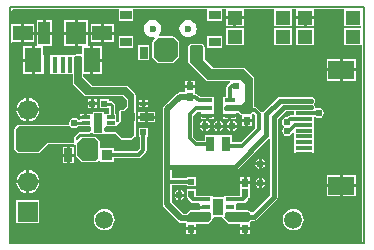
<source format=gtl>
G04*
G04 #@! TF.GenerationSoftware,Altium Limited,Altium Designer,20.0.1 (14)*
G04*
G04 Layer_Physical_Order=1*
G04 Layer_Color=255*
%FSLAX24Y24*%
%MOIN*%
G70*
G01*
G75*
%ADD15C,0.0060*%
%ADD16R,0.0500X0.0472*%
%ADD17R,0.0866X0.0630*%
%ADD18R,0.0551X0.0118*%
%ADD19R,0.0244X0.0256*%
%ADD20R,0.0197X0.0187*%
%ADD21R,0.0315X0.0118*%
%ADD22R,0.0335X0.0571*%
%ADD23R,0.0252X0.0500*%
%ADD24R,0.0335X0.0138*%
%ADD25R,0.0187X0.0197*%
%ADD26R,0.0394X0.0315*%
%ADD27R,0.0276X0.0394*%
%ADD28R,0.0650X0.0512*%
%ADD29R,0.0394X0.0748*%
%ADD30R,0.0709X0.0748*%
%ADD31R,0.0561X0.0827*%
%ADD32R,0.0177X0.0543*%
%ADD33R,0.0201X0.0126*%
%ADD34R,0.0453X0.0256*%
%ADD35R,0.0374X0.0374*%
%ADD36R,0.0256X0.0453*%
%ADD37R,0.0276X0.0118*%
%ADD38R,0.0256X0.0650*%
%ADD66C,0.0200*%
%ADD67C,0.0150*%
%ADD68C,0.0120*%
%ADD69C,0.0100*%
%ADD70C,0.0236*%
%ADD71R,0.0669X0.0669*%
%ADD72C,0.0669*%
%ADD73C,0.0240*%
%ADD74C,0.0591*%
G36*
X11147Y7229D02*
X11691D01*
X11709Y7200D01*
X11691Y7171D01*
X11147D01*
Y6599D01*
X11747Y6599D01*
X11750Y6550D01*
Y50D01*
X50D01*
Y6647D01*
X57Y6694D01*
X100Y6694D01*
X382D01*
Y7000D01*
Y7306D01*
X57Y7306D01*
X50Y7353D01*
Y7750D01*
X100Y7800D01*
X3627D01*
Y7395D01*
X4120D01*
Y7800D01*
X6580D01*
Y7395D01*
X7073D01*
Y7800D01*
X7203D01*
Y7565D01*
X7503D01*
X7803D01*
Y7800D01*
X8797D01*
Y7229D01*
X9397D01*
Y7800D01*
X9553D01*
Y7565D01*
X9853D01*
X10153D01*
Y7800D01*
X11147D01*
Y7229D01*
D02*
G37*
%LPC*%
G36*
X10153Y7465D02*
X9903D01*
Y7229D01*
X10153D01*
Y7465D01*
D02*
G37*
G36*
X9803D02*
X9553D01*
Y7229D01*
X9803D01*
Y7465D01*
D02*
G37*
G36*
X7803D02*
X7553D01*
Y7229D01*
X7803D01*
Y7465D01*
D02*
G37*
G36*
X7453D02*
X7203D01*
Y7229D01*
X7453D01*
Y7465D01*
D02*
G37*
G36*
X3464Y7306D02*
X3139D01*
Y7050D01*
X3464D01*
Y7306D01*
D02*
G37*
G36*
X481D02*
Y7050D01*
X806D01*
Y7306D01*
X481D01*
D02*
G37*
G36*
X2617Y7424D02*
X2263D01*
Y7050D01*
X2617D01*
Y7424D01*
D02*
G37*
G36*
X1397D02*
X1200D01*
Y7050D01*
X1397D01*
Y7424D01*
D02*
G37*
G36*
X1100D02*
X903D01*
Y7050D01*
X1100D01*
Y7424D01*
D02*
G37*
G36*
X2163D02*
X1809D01*
Y7050D01*
X2163D01*
Y7424D01*
D02*
G37*
G36*
X3039Y7306D02*
X2714D01*
Y7050D01*
X3039D01*
Y7306D01*
D02*
G37*
G36*
X5941Y7439D02*
X5866Y7429D01*
X5796Y7400D01*
X5736Y7354D01*
X5691Y7294D01*
X5662Y7225D01*
X5652Y7150D01*
X5662Y7075D01*
X5691Y7006D01*
X5736Y6946D01*
X5796Y6900D01*
X5866Y6871D01*
X5941Y6861D01*
X6015Y6871D01*
X6085Y6900D01*
X6145Y6946D01*
X6191Y7006D01*
X6219Y7075D01*
X6229Y7150D01*
X6219Y7225D01*
X6191Y7294D01*
X6145Y7354D01*
X6085Y7400D01*
X6015Y7429D01*
X5941Y7439D01*
D02*
G37*
G36*
X3464Y6950D02*
X3139D01*
Y6694D01*
X3464D01*
Y6950D01*
D02*
G37*
G36*
X3039D02*
X2714D01*
Y6694D01*
X3039D01*
Y6950D01*
D02*
G37*
G36*
X806D02*
X481D01*
Y6694D01*
X806D01*
Y6950D01*
D02*
G37*
G36*
X6400Y6654D02*
X6400Y6654D01*
X6037D01*
X6033Y6653D01*
X6029Y6654D01*
X6015Y6645D01*
X5999Y6638D01*
X5997Y6634D01*
X5994Y6632D01*
X5957Y6582D01*
X5952Y6566D01*
X5946Y6550D01*
Y6050D01*
X5962Y6012D01*
X5962Y6012D01*
X6562Y5412D01*
X6600Y5396D01*
X6600Y5396D01*
X7333D01*
X7345Y5346D01*
X7321Y5329D01*
X7321Y5329D01*
X7245Y5253D01*
X7220Y5217D01*
X7212Y5174D01*
X7212Y5174D01*
Y4875D01*
X7107D01*
Y4637D01*
X7107Y4637D01*
X7107Y4619D01*
X7104Y4570D01*
X7096Y4550D01*
X7096Y4550D01*
Y4450D01*
X7096Y4450D01*
X7104Y4430D01*
X7107Y4381D01*
Y4363D01*
X7107Y4363D01*
Y4350D01*
Y4294D01*
X7541D01*
Y4346D01*
X7628D01*
X7712Y4262D01*
X7728Y4255D01*
Y4127D01*
X7900D01*
X8072D01*
Y4296D01*
X8088Y4311D01*
X8130D01*
X8188Y4254D01*
Y3846D01*
X7704Y3362D01*
X7390D01*
Y3600D01*
X6510D01*
Y3412D01*
X6246D01*
X6112Y3546D01*
Y4254D01*
X6246Y4388D01*
X6319D01*
X6359Y4363D01*
Y4350D01*
X6359D01*
Y4294D01*
X6793D01*
Y4350D01*
X6793D01*
Y4363D01*
X6793Y4413D01*
Y4587D01*
X6793Y4619D01*
X6793Y4669D01*
Y4875D01*
X6359D01*
X6359Y4875D01*
Y4875D01*
X6359Y4875D01*
X6316Y4893D01*
X6258Y4950D01*
X6222Y4974D01*
X6179Y4983D01*
X6172Y5032D01*
Y5173D01*
X6000D01*
X5828D01*
Y5030D01*
X5667D01*
X5609Y5018D01*
X5559Y4985D01*
X5142Y4568D01*
X5109Y4518D01*
X5097Y4460D01*
Y2550D01*
Y2050D01*
Y1300D01*
X5109Y1241D01*
X5142Y1192D01*
X5614Y720D01*
X5664Y687D01*
X5722Y675D01*
X5878D01*
Y527D01*
X6050D01*
X6222D01*
Y646D01*
X6600D01*
X6638Y662D01*
X6638Y662D01*
X6738Y762D01*
X6754Y800D01*
X6762Y828D01*
X6792Y865D01*
X7050D01*
X7096Y850D01*
X7112Y812D01*
X7262Y662D01*
X7300Y646D01*
X7300Y646D01*
X7678D01*
Y527D01*
X7850D01*
X8022D01*
Y696D01*
X8038Y712D01*
X8054Y749D01*
X8126D01*
X8175Y758D01*
X8216Y786D01*
X8890Y1460D01*
X8918Y1501D01*
X8927Y1550D01*
Y4147D01*
X9192Y4412D01*
X9481D01*
Y4257D01*
X9355D01*
X9355Y4257D01*
X9312Y4249D01*
X9275Y4225D01*
X9275Y4225D01*
X9259Y4208D01*
X9247Y4210D01*
X9180Y4197D01*
X9124Y4160D01*
X9086Y4103D01*
X9073Y4037D01*
X9086Y3971D01*
X9123Y3916D01*
X9130Y3903D01*
Y3860D01*
X9129Y3860D01*
X9092Y3803D01*
X9078Y3737D01*
X9092Y3671D01*
X9129Y3614D01*
X9185Y3577D01*
X9252Y3564D01*
X9318Y3577D01*
X9374Y3614D01*
X9412Y3671D01*
X9413Y3677D01*
X9431Y3688D01*
X9481Y3659D01*
Y3249D01*
Y3014D01*
X9807D01*
X10132D01*
Y3052D01*
Y3446D01*
Y3839D01*
Y4189D01*
X10140Y4195D01*
X10182Y4211D01*
X10226Y4182D01*
X10292Y4169D01*
X10358Y4182D01*
X10415Y4220D01*
X10452Y4276D01*
X10465Y4342D01*
X10452Y4408D01*
X10415Y4465D01*
X10358Y4502D01*
X10292Y4515D01*
X10226Y4502D01*
X10220Y4499D01*
X10175Y4529D01*
X10177Y4539D01*
X10168Y4588D01*
X10152Y4611D01*
X10144Y4644D01*
X10152Y4678D01*
X10168Y4701D01*
X10177Y4750D01*
X10168Y4799D01*
X10140Y4840D01*
X10099Y4868D01*
X10050Y4877D01*
X9000D01*
X8951Y4868D01*
X8910Y4840D01*
X8460Y4390D01*
X8446Y4369D01*
X8389Y4366D01*
X8388Y4366D01*
X8379Y4379D01*
X8379Y4379D01*
X8256Y4503D01*
X8220Y4527D01*
X8177Y4535D01*
X8154Y4576D01*
Y5500D01*
X8138Y5538D01*
X8138Y5538D01*
X7838Y5838D01*
X7800Y5854D01*
X7800Y5854D01*
X6772Y5854D01*
X6504Y6122D01*
Y6550D01*
X6504Y6550D01*
X6488Y6588D01*
X6488Y6588D01*
X6438Y6638D01*
Y6638D01*
X6400Y6654D01*
D02*
G37*
G36*
X10153Y7171D02*
X9553D01*
Y6599D01*
X10153D01*
Y7171D01*
D02*
G37*
G36*
X9397D02*
X8797D01*
Y6599D01*
X9397D01*
Y7171D01*
D02*
G37*
G36*
X7803D02*
X7203D01*
Y6599D01*
X7803D01*
Y7171D01*
D02*
G37*
G36*
X2163Y6950D02*
X1809D01*
Y6576D01*
X2163D01*
Y6950D01*
D02*
G37*
G36*
X7073Y6905D02*
X6580D01*
Y6490D01*
X7073D01*
Y6905D01*
D02*
G37*
G36*
X4120D02*
X3627D01*
Y6490D01*
X4120D01*
Y6905D01*
D02*
G37*
G36*
X2617Y6950D02*
X2263D01*
Y6576D01*
X2366D01*
X2409Y6558D01*
X2409Y6526D01*
Y6333D01*
X2359Y6300D01*
X2350Y6304D01*
X2350Y6304D01*
X2200D01*
X2200Y6304D01*
X2162Y6288D01*
X2148Y6275D01*
X1298D01*
Y5953D01*
Y5631D01*
X2096D01*
Y5350D01*
X2112Y5312D01*
X2112Y5312D01*
X2512Y4912D01*
X2550Y4896D01*
X2550Y4896D01*
X3778D01*
X3896Y4778D01*
Y4572D01*
X3778Y4454D01*
X3700D01*
X3662Y4438D01*
X3646Y4400D01*
Y4072D01*
X3597Y4024D01*
X3551Y4043D01*
Y4306D01*
X3502D01*
Y4591D01*
X3494Y4630D01*
X3472Y4664D01*
X3414Y4722D01*
X3380Y4744D01*
X3341Y4752D01*
X3295D01*
Y4798D01*
X3008D01*
Y4502D01*
X3295D01*
X3298Y4453D01*
Y4306D01*
X3176D01*
Y4306D01*
X3128Y4312D01*
Y4375D01*
X2772D01*
Y4312D01*
X2724Y4306D01*
X2722Y4306D01*
X2587D01*
Y4197D01*
X2537D01*
Y4147D01*
X2349D01*
Y4102D01*
X2286D01*
X2273Y4123D01*
X2216Y4160D01*
X2150Y4173D01*
X2084Y4160D01*
X2027Y4123D01*
X1990Y4066D01*
X1977Y4000D01*
X1980Y3983D01*
X1948Y3944D01*
X290D01*
X252Y3928D01*
X252Y3928D01*
X162Y3838D01*
X146Y3800D01*
X146Y3800D01*
Y3150D01*
X162Y3112D01*
X162Y3112D01*
X262Y3012D01*
X300Y2996D01*
X300Y2996D01*
X950D01*
X988Y3012D01*
X1272Y3296D01*
X1772D01*
Y3289D01*
X2128D01*
X2128Y3289D01*
Y3289D01*
X2174Y3278D01*
X2196Y3261D01*
Y2950D01*
X2196Y2950D01*
X2212Y2912D01*
X2212Y2912D01*
X2412Y2712D01*
X2450Y2696D01*
X2450Y2696D01*
X2850D01*
X2888Y2712D01*
X2888Y2712D01*
X2890Y2713D01*
X2892D01*
Y2715D01*
X2958Y2782D01*
X3008Y2761D01*
Y2713D01*
X3482D01*
Y2838D01*
X4300D01*
X4300Y2838D01*
X4343Y2846D01*
X4379Y2871D01*
X4531Y3022D01*
X4555Y3059D01*
X4564Y3102D01*
X4564Y3102D01*
Y3552D01*
X4595D01*
Y3848D01*
X4308D01*
Y3552D01*
X4340D01*
Y3148D01*
X4254Y3062D01*
X3482D01*
Y3187D01*
X3008Y3187D01*
X3004Y3235D01*
Y3400D01*
X2988Y3438D01*
X2988Y3438D01*
X2888Y3538D01*
X2850Y3554D01*
X2850Y3554D01*
X2400D01*
X2400Y3554D01*
X2362Y3538D01*
X2254Y3431D01*
X2204Y3451D01*
Y3528D01*
X2322Y3646D01*
X2650D01*
X2650Y3646D01*
X2688Y3662D01*
X2688Y3662D01*
X2721Y3694D01*
X2724Y3694D01*
X2735Y3693D01*
X2772Y3675D01*
Y3625D01*
X3128D01*
Y3630D01*
X3178Y3655D01*
X3200Y3646D01*
X3200Y3646D01*
X3528D01*
X3712Y3462D01*
X3750Y3446D01*
X3750Y3446D01*
X4050D01*
X4088Y3462D01*
X4088Y3462D01*
X4178Y3552D01*
X4192D01*
Y3570D01*
X4204Y3600D01*
X4204Y3600D01*
Y4022D01*
X4211D01*
Y4378D01*
X4204D01*
Y4950D01*
X4188Y4988D01*
X4188Y4988D01*
X3938Y5238D01*
X3900Y5254D01*
X3900Y5254D01*
X2772D01*
X2454Y5572D01*
Y5631D01*
X2689D01*
Y6094D01*
Y6558D01*
X2660D01*
X2617Y6576D01*
X2617Y6608D01*
Y6950D01*
D02*
G37*
G36*
X3070Y6558D02*
X2789D01*
Y6144D01*
X3070D01*
Y6558D01*
D02*
G37*
G36*
X731D02*
X451D01*
Y6144D01*
X731D01*
Y6558D01*
D02*
G37*
G36*
X4652Y6590D02*
X4276D01*
Y6096D01*
X4652D01*
Y6590D01*
D02*
G37*
G36*
X4759Y7439D02*
X4685Y7429D01*
X4615Y7400D01*
X4555Y7354D01*
X4509Y7294D01*
X4481Y7225D01*
X4471Y7150D01*
X4481Y7075D01*
X4509Y7006D01*
X4555Y6946D01*
X4615Y6900D01*
X4685Y6871D01*
X4759Y6861D01*
X4822Y6870D01*
X4845Y6837D01*
X4848Y6825D01*
X4762Y6738D01*
X4746Y6700D01*
X4746Y6700D01*
Y6200D01*
X4746Y6200D01*
X4762Y6162D01*
X4912Y6012D01*
Y6012D01*
X4950Y5996D01*
X4950Y5996D01*
X5000Y5996D01*
X5200Y5996D01*
X5400D01*
X5400Y5996D01*
X5438Y6012D01*
X5438Y6012D01*
X5638Y6212D01*
X5654Y6250D01*
X5654Y6250D01*
Y6700D01*
X5654Y6700D01*
X5638Y6738D01*
X5488Y6888D01*
X5450Y6904D01*
X5450Y6904D01*
X4991D01*
X4978Y6924D01*
X4970Y6954D01*
X5009Y7006D01*
X5038Y7075D01*
X5048Y7150D01*
X5038Y7225D01*
X5009Y7294D01*
X4964Y7354D01*
X4904Y7400D01*
X4834Y7429D01*
X4759Y7439D01*
D02*
G37*
G36*
X11530Y6144D02*
X11097D01*
Y5829D01*
X11530D01*
Y6144D01*
D02*
G37*
G36*
X10997D02*
X10564D01*
Y5829D01*
X10997D01*
Y6144D01*
D02*
G37*
G36*
X3070Y6044D02*
X2789D01*
Y5631D01*
X3070D01*
Y6044D01*
D02*
G37*
G36*
X1397Y6950D02*
X1150D01*
X903D01*
Y6608D01*
X903Y6576D01*
X861Y6558D01*
X831D01*
Y6094D01*
Y5631D01*
X1112D01*
Y5631D01*
X1198D01*
Y5953D01*
Y6275D01*
X1112D01*
X1112Y6558D01*
X1154Y6576D01*
X1397D01*
Y6950D01*
D02*
G37*
G36*
X731Y6044D02*
X451D01*
Y5631D01*
X731D01*
Y6044D01*
D02*
G37*
G36*
X11530Y5729D02*
X11097D01*
Y5414D01*
X11530D01*
Y5729D01*
D02*
G37*
G36*
X10997D02*
X10564D01*
Y5414D01*
X10997D01*
Y5729D01*
D02*
G37*
G36*
X6172Y5401D02*
X6050D01*
Y5273D01*
X6172D01*
Y5401D01*
D02*
G37*
G36*
X5950D02*
X5828D01*
Y5273D01*
X5950D01*
Y5401D01*
D02*
G37*
G36*
X2892Y4798D02*
X2798D01*
Y4700D01*
X2892D01*
Y4798D01*
D02*
G37*
G36*
X4597Y4763D02*
X4497D01*
Y4700D01*
X4597D01*
Y4763D01*
D02*
G37*
G36*
X4397D02*
X4296D01*
Y4700D01*
X4397D01*
Y4763D01*
D02*
G37*
G36*
X2698Y4798D02*
X2605D01*
Y4700D01*
X2698D01*
Y4798D01*
D02*
G37*
G36*
X4597Y4600D02*
X4497D01*
Y4537D01*
X4597D01*
Y4600D01*
D02*
G37*
G36*
X4397D02*
X4296D01*
Y4537D01*
X4397D01*
Y4600D01*
D02*
G37*
G36*
X2892D02*
X2798D01*
Y4502D01*
X2892D01*
Y4600D01*
D02*
G37*
G36*
X2698D02*
X2605D01*
Y4502D01*
X2698D01*
Y4600D01*
D02*
G37*
G36*
X650Y4831D02*
Y4500D01*
X981D01*
X975Y4550D01*
X936Y4644D01*
X874Y4724D01*
X794Y4786D01*
X700Y4825D01*
X650Y4831D01*
D02*
G37*
G36*
X550D02*
X500Y4825D01*
X406Y4786D01*
X326Y4724D01*
X264Y4644D01*
X225Y4550D01*
X219Y4500D01*
X550D01*
Y4831D01*
D02*
G37*
G36*
X4841Y4378D02*
X4615D01*
Y4250D01*
X4841D01*
Y4378D01*
D02*
G37*
G36*
X4515D02*
X4289D01*
Y4250D01*
X4515D01*
Y4378D01*
D02*
G37*
G36*
X2487Y4306D02*
X2349D01*
Y4247D01*
X2487D01*
Y4306D01*
D02*
G37*
G36*
X7541Y4194D02*
X7374D01*
Y4125D01*
X7541D01*
Y4194D01*
D02*
G37*
G36*
X7274D02*
X7107D01*
Y4125D01*
X7274D01*
Y4194D01*
D02*
G37*
G36*
X6793D02*
X6626D01*
Y4125D01*
X6793D01*
Y4194D01*
D02*
G37*
G36*
X6526D02*
X6359D01*
Y4125D01*
X6526D01*
Y4194D01*
D02*
G37*
G36*
X981Y4400D02*
X650D01*
Y4069D01*
X700Y4075D01*
X794Y4114D01*
X874Y4176D01*
X936Y4256D01*
X975Y4350D01*
X981Y4400D01*
D02*
G37*
G36*
X550D02*
X219D01*
X225Y4350D01*
X264Y4256D01*
X326Y4176D01*
X406Y4114D01*
X500Y4075D01*
X550Y4069D01*
Y4400D01*
D02*
G37*
G36*
X4841Y4150D02*
X4615D01*
Y4022D01*
X4841D01*
Y4150D01*
D02*
G37*
G36*
X4515D02*
X4289D01*
Y4022D01*
X4515D01*
Y4150D01*
D02*
G37*
G36*
X7450Y4063D02*
Y3950D01*
X7563D01*
X7560Y3966D01*
X7523Y4023D01*
X7466Y4060D01*
X7450Y4063D01*
D02*
G37*
G36*
X7350D02*
X7334Y4060D01*
X7277Y4023D01*
X7240Y3966D01*
X7237Y3950D01*
X7350D01*
Y4063D01*
D02*
G37*
G36*
X7000D02*
Y3950D01*
X7113D01*
X7110Y3966D01*
X7073Y4023D01*
X7016Y4060D01*
X7000Y4063D01*
D02*
G37*
G36*
X6900D02*
X6884Y4060D01*
X6827Y4023D01*
X6790Y3966D01*
X6787Y3950D01*
X6900D01*
Y4063D01*
D02*
G37*
G36*
X6550D02*
Y3950D01*
X6663D01*
X6660Y3966D01*
X6623Y4023D01*
X6566Y4060D01*
X6550Y4063D01*
D02*
G37*
G36*
X6450D02*
X6434Y4060D01*
X6377Y4023D01*
X6340Y3966D01*
X6337Y3950D01*
X6450D01*
Y4063D01*
D02*
G37*
G36*
X8072Y4027D02*
X7950D01*
Y3899D01*
X8072D01*
Y4027D01*
D02*
G37*
G36*
X7850D02*
X7728D01*
Y3899D01*
X7850D01*
Y4027D01*
D02*
G37*
G36*
X7563Y3850D02*
X7450D01*
Y3737D01*
X7466Y3740D01*
X7523Y3777D01*
X7560Y3834D01*
X7563Y3850D01*
D02*
G37*
G36*
X7350D02*
X7237D01*
X7240Y3834D01*
X7277Y3777D01*
X7334Y3740D01*
X7350Y3737D01*
Y3850D01*
D02*
G37*
G36*
X7113D02*
X7000D01*
Y3737D01*
X7016Y3740D01*
X7073Y3777D01*
X7110Y3834D01*
X7113Y3850D01*
D02*
G37*
G36*
X6900D02*
X6787D01*
X6790Y3834D01*
X6827Y3777D01*
X6884Y3740D01*
X6900Y3737D01*
Y3850D01*
D02*
G37*
G36*
X6663D02*
X6550D01*
Y3737D01*
X6566Y3740D01*
X6623Y3777D01*
X6660Y3834D01*
X6663Y3850D01*
D02*
G37*
G36*
X6450D02*
X6337D01*
X6340Y3834D01*
X6377Y3777D01*
X6434Y3740D01*
X6450Y3737D01*
Y3850D01*
D02*
G37*
G36*
X2128Y3211D02*
X2000D01*
Y2985D01*
X2128D01*
Y3211D01*
D02*
G37*
G36*
X1900D02*
X1772D01*
Y2985D01*
X1900D01*
Y3211D01*
D02*
G37*
G36*
X10132Y2914D02*
X9857D01*
Y2855D01*
X10132D01*
Y2914D01*
D02*
G37*
G36*
X9757D02*
X9481D01*
Y2855D01*
X9757D01*
Y2914D01*
D02*
G37*
G36*
X2128Y2885D02*
X2000D01*
Y2659D01*
X2128D01*
Y2885D01*
D02*
G37*
G36*
X1900D02*
X1772D01*
Y2659D01*
X1900D01*
Y2885D01*
D02*
G37*
G36*
X650Y2431D02*
Y2100D01*
X981D01*
X975Y2150D01*
X936Y2244D01*
X874Y2324D01*
X794Y2386D01*
X700Y2425D01*
X650Y2431D01*
D02*
G37*
G36*
X550D02*
X500Y2425D01*
X406Y2386D01*
X326Y2324D01*
X264Y2244D01*
X225Y2150D01*
X219Y2100D01*
X550D01*
Y2431D01*
D02*
G37*
G36*
X11530Y2286D02*
X11097D01*
Y1971D01*
X11530D01*
Y2286D01*
D02*
G37*
G36*
X10997D02*
X10564D01*
Y1971D01*
X10997D01*
Y2286D01*
D02*
G37*
G36*
X981Y2000D02*
X650D01*
Y1669D01*
X700Y1675D01*
X794Y1714D01*
X874Y1776D01*
X936Y1856D01*
X975Y1950D01*
X981Y2000D01*
D02*
G37*
G36*
X550D02*
X219D01*
X225Y1950D01*
X264Y1856D01*
X326Y1776D01*
X406Y1714D01*
X500Y1675D01*
X550Y1669D01*
Y2000D01*
D02*
G37*
G36*
X11530Y1871D02*
X11097D01*
Y1556D01*
X11530D01*
Y1871D01*
D02*
G37*
G36*
X10997D02*
X10564D01*
Y1556D01*
X10997D01*
Y1871D01*
D02*
G37*
G36*
X985Y1435D02*
X215D01*
Y665D01*
X985D01*
Y1435D01*
D02*
G37*
G36*
X9449Y1136D02*
X9359Y1124D01*
X9275Y1089D01*
X9203Y1034D01*
X9147Y962D01*
X9112Y878D01*
X9101Y787D01*
X9112Y697D01*
X9147Y613D01*
X9203Y541D01*
X9275Y486D01*
X9359Y451D01*
X9449Y439D01*
X9539Y451D01*
X9623Y486D01*
X9695Y541D01*
X9750Y613D01*
X9785Y697D01*
X9797Y787D01*
X9785Y878D01*
X9750Y962D01*
X9695Y1034D01*
X9623Y1089D01*
X9539Y1124D01*
X9449Y1136D01*
D02*
G37*
G36*
X3150D02*
X3059Y1124D01*
X2975Y1089D01*
X2903Y1034D01*
X2848Y962D01*
X2813Y878D01*
X2801Y787D01*
X2813Y697D01*
X2848Y613D01*
X2903Y541D01*
X2975Y486D01*
X3059Y451D01*
X3150Y439D01*
X3240Y451D01*
X3324Y486D01*
X3396Y541D01*
X3451Y613D01*
X3486Y697D01*
X3498Y787D01*
X3486Y878D01*
X3451Y962D01*
X3396Y1034D01*
X3324Y1089D01*
X3240Y1124D01*
X3150Y1136D01*
D02*
G37*
G36*
X8022Y427D02*
X7900D01*
Y299D01*
X8022D01*
Y427D01*
D02*
G37*
G36*
X7800D02*
X7678D01*
Y299D01*
X7800D01*
Y427D01*
D02*
G37*
G36*
X6222D02*
X6100D01*
Y299D01*
X6222D01*
Y427D01*
D02*
G37*
G36*
X6000D02*
X5878D01*
Y299D01*
X6000D01*
Y427D01*
D02*
G37*
%LPD*%
G36*
X6450Y6550D02*
Y6100D01*
X6750Y5800D01*
X7800Y5800D01*
X8100Y5500D01*
Y4400D01*
X8000Y4300D01*
X7750D01*
X7650Y4400D01*
X7200D01*
X7150Y4450D01*
Y4550D01*
X7200Y4600D01*
X7700D01*
X7850Y4750D01*
Y5300D01*
X7700Y5450D01*
X6600D01*
X6000Y6050D01*
Y6550D01*
X6037Y6600D01*
X6400D01*
X6450Y6550D01*
D02*
G37*
G36*
X8673Y3472D02*
Y1603D01*
X8097Y1027D01*
X8068Y1027D01*
X8038Y1038D01*
X8038Y1039D01*
X7988Y1088D01*
X7950Y1104D01*
X7950Y1104D01*
X7551D01*
Y1309D01*
X7587Y1344D01*
X7780D01*
X7780Y1344D01*
X7823Y1352D01*
X7859Y1377D01*
X7929Y1447D01*
X7929Y1447D01*
X7954Y1483D01*
X7956Y1493D01*
X8022D01*
Y1839D01*
Y1967D01*
X7850D01*
X7678D01*
Y1839D01*
Y1568D01*
X7344D01*
X7328Y1565D01*
X7136D01*
Y1535D01*
X6764D01*
Y1565D01*
X6572D01*
X6556Y1568D01*
X6198D01*
Y1792D01*
X5902D01*
Y1505D01*
X5942D01*
X5946Y1483D01*
X5971Y1447D01*
X6041Y1377D01*
X6041Y1377D01*
X6077Y1352D01*
X6120Y1344D01*
X6120Y1344D01*
X6313D01*
X6349Y1309D01*
Y1250D01*
X6556D01*
Y1150D01*
X6349D01*
Y1100D01*
X5996D01*
X5996Y1100D01*
X5996Y1100D01*
X5996D01*
X5958Y1084D01*
X5958Y1084D01*
X5862Y988D01*
X5859Y981D01*
X5785D01*
X5403Y1363D01*
Y1938D01*
X5902D01*
Y1908D01*
X6198D01*
Y2195D01*
X5902D01*
Y2162D01*
X5403D01*
Y2423D01*
X7500D01*
X7549Y2432D01*
X7590Y2460D01*
X8623Y3492D01*
X8673Y3472D01*
D02*
G37*
G36*
X8000Y1000D02*
Y750D01*
X7950Y700D01*
X7300D01*
X7150Y850D01*
Y865D01*
X7167D01*
Y1017D01*
X7200Y1050D01*
X7950D01*
X8000Y1000D01*
D02*
G37*
G36*
X6700Y1000D02*
X6700Y800D01*
X6600Y700D01*
X5950D01*
X5900Y750D01*
Y950D01*
X5996Y1046D01*
X6654D01*
X6700Y1000D01*
D02*
G37*
%LPC*%
G36*
X8400Y2813D02*
Y2700D01*
X8513D01*
X8510Y2716D01*
X8473Y2773D01*
X8416Y2810D01*
X8400Y2813D01*
D02*
G37*
G36*
X8300D02*
X8284Y2810D01*
X8227Y2773D01*
X8190Y2716D01*
X8187Y2700D01*
X8300D01*
Y2813D01*
D02*
G37*
G36*
X8513Y2600D02*
X8400D01*
Y2487D01*
X8416Y2490D01*
X8473Y2527D01*
X8510Y2584D01*
X8513Y2600D01*
D02*
G37*
G36*
X8300D02*
X8187D01*
X8190Y2584D01*
X8227Y2527D01*
X8284Y2490D01*
X8300Y2487D01*
Y2600D01*
D02*
G37*
G36*
X8022Y2195D02*
X7900D01*
Y2067D01*
X8022D01*
Y2195D01*
D02*
G37*
G36*
X7800D02*
X7678D01*
Y2067D01*
X7800D01*
Y2195D01*
D02*
G37*
G36*
X8400Y2163D02*
Y2050D01*
X8513D01*
X8510Y2066D01*
X8473Y2123D01*
X8416Y2160D01*
X8400Y2163D01*
D02*
G37*
G36*
X8300D02*
X8284Y2160D01*
X8227Y2123D01*
X8190Y2066D01*
X8187Y2050D01*
X8300D01*
Y2163D01*
D02*
G37*
G36*
X8513Y1950D02*
X8400D01*
Y1837D01*
X8416Y1840D01*
X8473Y1877D01*
X8510Y1934D01*
X8513Y1950D01*
D02*
G37*
G36*
X8300D02*
X8187D01*
X8190Y1934D01*
X8227Y1877D01*
X8284Y1840D01*
X8300Y1837D01*
Y1950D01*
D02*
G37*
G36*
X5700Y1763D02*
Y1650D01*
X5813D01*
X5810Y1666D01*
X5773Y1723D01*
X5716Y1760D01*
X5700Y1763D01*
D02*
G37*
G36*
X5600D02*
X5584Y1760D01*
X5527Y1723D01*
X5490Y1666D01*
X5487Y1650D01*
X5600D01*
Y1763D01*
D02*
G37*
G36*
X5813Y1550D02*
X5700D01*
Y1437D01*
X5716Y1440D01*
X5773Y1477D01*
X5810Y1534D01*
X5813Y1550D01*
D02*
G37*
G36*
X5600D02*
X5487D01*
X5490Y1534D01*
X5527Y1477D01*
X5584Y1440D01*
X5600Y1437D01*
Y1550D01*
D02*
G37*
%LPD*%
G36*
X2700Y3850D02*
Y3750D01*
X2650Y3700D01*
X2300D01*
X2150Y3550D01*
Y3350D01*
X1250D01*
X950Y3050D01*
X300D01*
X200Y3150D01*
Y3800D01*
X290Y3890D01*
X2019D01*
X2027Y3877D01*
X2084Y3840D01*
X2150Y3827D01*
X2216Y3840D01*
X2273Y3877D01*
X2281Y3890D01*
X2660D01*
X2700Y3850D01*
D02*
G37*
G36*
X2400Y6200D02*
Y5550D01*
X2750Y5200D01*
X3900D01*
X4150Y4950D01*
Y3600D01*
X4050Y3500D01*
X3750D01*
X3550Y3700D01*
X3200D01*
X3150Y3750D01*
Y3850D01*
X3191Y3891D01*
X3551D01*
Y3901D01*
X3700Y4050D01*
Y4400D01*
X3800D01*
X3950Y4550D01*
Y4800D01*
X3800Y4950D01*
X2550D01*
X2150Y5350D01*
Y5631D01*
X2155D01*
Y6205D01*
X2200Y6250D01*
X2350D01*
X2400Y6200D01*
D02*
G37*
G36*
X2950Y3400D02*
Y2850D01*
X2850Y2750D01*
X2450D01*
X2250Y2950D01*
Y3350D01*
X2400Y3500D01*
X2850D01*
X2950Y3400D01*
D02*
G37*
G36*
X5600Y6700D02*
Y6250D01*
X5400Y6050D01*
X5200D01*
X5000Y6050D01*
X4950Y6050D01*
X4800Y6200D01*
Y6700D01*
X4950Y6850D01*
X5450D01*
X5600Y6700D01*
D02*
G37*
D15*
X0Y7874D02*
X11811D01*
Y0D02*
Y7874D01*
X0Y0D02*
X11811D01*
X0D02*
Y7874D01*
D16*
X11447Y7515D02*
D03*
X9853D02*
D03*
X9097D02*
D03*
X7503D02*
D03*
X11447Y6885D02*
D03*
X9853D02*
D03*
X9097D02*
D03*
X7503D02*
D03*
D17*
X11047Y5779D02*
D03*
Y1921D02*
D03*
D18*
X9807Y4736D02*
D03*
Y4539D02*
D03*
Y4342D02*
D03*
Y4145D02*
D03*
Y3948D02*
D03*
Y3752D02*
D03*
Y3555D02*
D03*
Y3358D02*
D03*
Y3161D02*
D03*
Y2964D02*
D03*
D19*
X7850Y477D02*
D03*
Y823D02*
D03*
X6050Y477D02*
D03*
Y823D02*
D03*
X7850Y2017D02*
D03*
Y1671D02*
D03*
X7900Y4077D02*
D03*
Y4423D02*
D03*
X6000Y5223D02*
D03*
Y4877D02*
D03*
D20*
X6050Y2052D02*
D03*
Y1648D02*
D03*
D21*
X6556Y1456D02*
D03*
Y1200D02*
D03*
Y944D02*
D03*
X7344D02*
D03*
Y1200D02*
D03*
Y1456D02*
D03*
D22*
X6950Y1200D02*
D03*
D23*
X6686Y3300D02*
D03*
X7214D02*
D03*
D24*
X6576Y4756D02*
D03*
Y4500D02*
D03*
Y4244D02*
D03*
X7324D02*
D03*
Y4500D02*
D03*
Y4756D02*
D03*
D25*
X7952Y5250D02*
D03*
X7548D02*
D03*
X4048Y3700D02*
D03*
X4452D02*
D03*
X2748Y4650D02*
D03*
X3152D02*
D03*
D26*
X6826Y7603D02*
D03*
X3874D02*
D03*
Y6697D02*
D03*
X6826D02*
D03*
D27*
X4464Y6343D02*
D03*
X5055D02*
D03*
X6236D02*
D03*
D28*
X432Y7000D02*
D03*
X3089D02*
D03*
D29*
X1150D02*
D03*
D30*
X2213D02*
D03*
D31*
X2739Y6094D02*
D03*
X781D02*
D03*
D32*
X1248Y5953D02*
D03*
X1504D02*
D03*
X1760D02*
D03*
X2016D02*
D03*
X2272D02*
D03*
D33*
X4053Y4650D02*
D03*
X4447D02*
D03*
D34*
X4565Y4200D02*
D03*
X3935D02*
D03*
D35*
X2655Y2950D02*
D03*
X3245D02*
D03*
D36*
X1950Y2935D02*
D03*
Y3565D02*
D03*
D37*
X2537Y4197D02*
D03*
Y4000D02*
D03*
Y3803D02*
D03*
X3363D02*
D03*
Y4000D02*
D03*
Y4197D02*
D03*
D38*
X2950Y4000D02*
D03*
D66*
X5250Y2050D02*
Y2550D01*
Y1300D02*
Y2050D01*
Y2550D02*
Y4460D01*
X5722Y828D02*
X6050D01*
X5250Y1300D02*
X5722Y828D01*
X5250Y4460D02*
X5667Y4877D01*
X1250Y5500D02*
Y6350D01*
X9350Y2900D02*
X10300D01*
X6050Y823D02*
Y828D01*
X5667Y4877D02*
X6000D01*
D67*
X9000Y4750D02*
X10050D01*
X5250Y2550D02*
X7500D01*
X8550Y4300D02*
X9000Y4750D01*
X8550Y3600D02*
Y4300D01*
X7500Y2550D02*
X8550Y3600D01*
X9807Y4539D02*
X10050D01*
X9139D02*
X9807D01*
X8800Y4200D02*
X9139Y4539D01*
X8126Y876D02*
X8800Y1550D01*
Y4200D01*
X7850Y823D02*
Y829D01*
X7897Y876D01*
X8126D01*
D68*
X6000Y4871D02*
X6179D01*
X5250Y2050D02*
X6048D01*
X9355Y4145D02*
X9807D01*
X9247Y4037D02*
X9355Y4145D01*
X9252Y3737D02*
X9293D01*
X9505Y3948D01*
X9807D01*
Y4342D02*
X10292D01*
X7344Y1456D02*
X7780D01*
X7850Y1526D02*
Y1671D01*
X7780Y1456D02*
X7850Y1526D01*
X6050D02*
Y1648D01*
X6120Y1456D02*
X6556D01*
X6050Y1526D02*
X6120Y1456D01*
X6048Y2050D02*
X6050Y2052D01*
X6179Y4871D02*
X6294Y4756D01*
X6576D01*
X6000Y4871D02*
Y4877D01*
X6200Y3300D02*
X6686D01*
X6000Y3500D02*
X6200Y3300D01*
X6000Y3500D02*
Y4300D01*
X6200Y4500D01*
X6576D01*
X7214Y3300D02*
X7264Y3250D01*
X7750D01*
X8300Y3800D02*
Y4300D01*
X7750Y3250D02*
X8300Y3800D01*
X7900Y4423D02*
X8177D01*
X8300Y4300D01*
X7324Y4756D02*
Y5174D01*
X7400Y5250D01*
X7548D01*
X3245Y2950D02*
X4300D01*
X4452Y3102D02*
Y3700D01*
X4300Y2950D02*
X4452Y3102D01*
D69*
X2150Y4000D02*
X2537D01*
X3152Y4650D02*
X3341D01*
X3363Y4197D02*
X3391D01*
X3400Y4206D01*
Y4591D01*
X3341Y4650D02*
X3400Y4591D01*
D70*
X4759Y7150D02*
D03*
X5941D02*
D03*
D71*
X600Y1050D02*
D03*
Y3450D02*
D03*
D72*
Y2050D02*
D03*
Y4450D02*
D03*
D73*
X5650Y1600D02*
D03*
X8350Y2000D02*
D03*
Y2650D02*
D03*
X2150Y4000D02*
D03*
X2600Y3300D02*
D03*
X9252Y3737D02*
D03*
X9247Y4037D02*
D03*
X5400Y6650D02*
D03*
X10292Y4342D02*
D03*
X7400Y3900D02*
D03*
X6950D02*
D03*
X6500D02*
D03*
X5400Y6300D02*
D03*
D74*
X9449Y787D02*
D03*
X3150D02*
D03*
M02*

</source>
